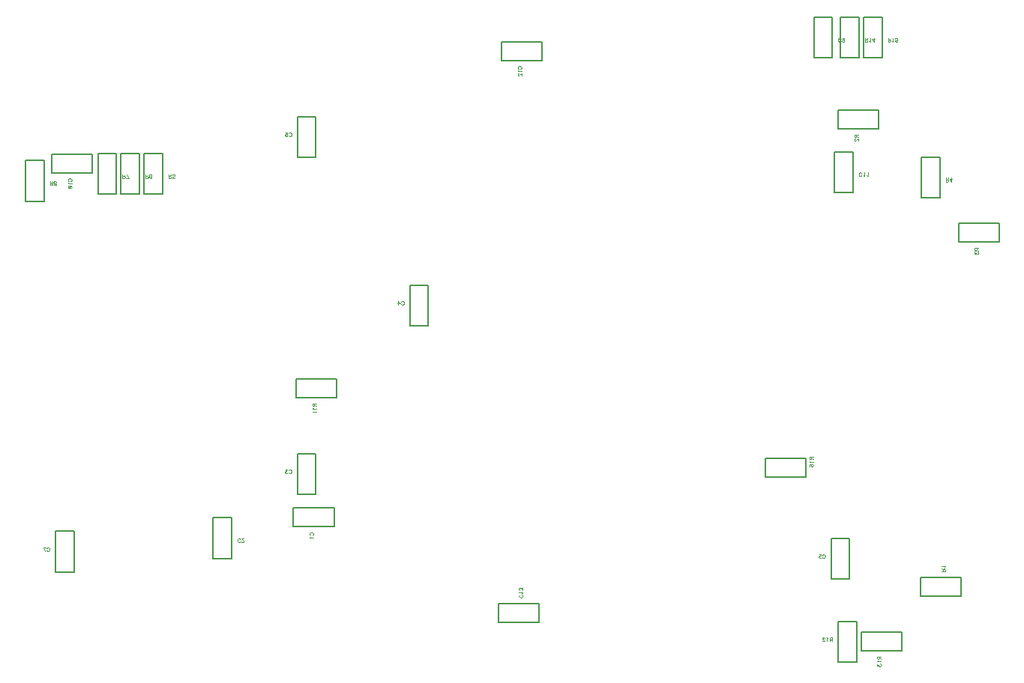
<source format=gbo>
G04*
G04  File:            8048_BOARD.GBO, Tue Feb 07 20:34:04 2017*
G04  Source:          P-CAD 2006 PCB, Version 19.02.958*
G04  Format:          Gerber Format (RS-274-D), ASCII*
G04*
G04  Format Options:  Absolute Positioning*
G04                   Leading-Zero Suppression*
G04                   Scale Factor 1:1*
G04                   NO Circular Interpolation*
G04                   Millimeter Units*
G04                   Numeric Format: 4.4 (XXXX.XXXX)*
G04                   G54 NOT Used for Aperture Change*
G04                   Apertures Embedded*
G04*
G04  File Options:    Offset = (0.000mm,0.000mm)*
G04                   Drill Symbol Size = 2.032mm*
G04                   No Pad/Via Holes*
G04*
G04  File Contents:   Pads*
G04                   Vias*
G04                   Designators*
G04                   Types*
G04                   No Values*
G04                   No Drill Symbols*
G04                   Bot Silk*
G04*
%IN8048_BOARD.GBO*%
%ICAS*%
%MOMM*%
G04*
G04  Aperture MACROs for general use --- invoked via D-code assignment *
G04*
G04  General MACRO for flashed round with rotation and/or offset hole *
%AMROTOFFROUND*
1,1,$1,0.0000,0.0000*
1,0,$2,$3,$4*%
G04*
G04  General MACRO for flashed oval (obround) with rotation and/or offset hole *
%AMROTOFFOVAL*
21,1,$1,$2,0.0000,0.0000,$3*
1,1,$4,$5,$6*
1,1,$4,0-$5,0-$6*
1,0,$7,$8,$9*%
G04*
G04  General MACRO for flashed oval (obround) with rotation and no hole *
%AMROTOVALNOHOLE*
21,1,$1,$2,0.0000,0.0000,$3*
1,1,$4,$5,$6*
1,1,$4,0-$5,0-$6*%
G04*
G04  General MACRO for flashed rectangle with rotation and/or offset hole *
%AMROTOFFRECT*
21,1,$1,$2,0.0000,0.0000,$3*
1,0,$4,$5,$6*%
G04*
G04  General MACRO for flashed rectangle with rotation and no hole *
%AMROTRECTNOHOLE*
21,1,$1,$2,0.0000,0.0000,$3*%
G04*
G04  General MACRO for flashed rounded-rectangle *
%AMROUNDRECT*
21,1,$1,$2-$4,0.0000,0.0000,$3*
21,1,$1-$4,$2,0.0000,0.0000,$3*
1,1,$4,$5,$6*
1,1,$4,$7,$8*
1,1,$4,0-$5,0-$6*
1,1,$4,0-$7,0-$8*
1,0,$9,$10,$11*%
G04*
G04  General MACRO for flashed rounded-rectangle with rotation and no hole *
%AMROUNDRECTNOHOLE*
21,1,$1,$2-$4,0.0000,0.0000,$3*
21,1,$1-$4,$2,0.0000,0.0000,$3*
1,1,$4,$5,$6*
1,1,$4,$7,$8*
1,1,$4,0-$5,0-$6*
1,1,$4,0-$7,0-$8*%
G04*
G04  General MACRO for flashed regular polygon *
%AMREGPOLY*
5,1,$1,0.0000,0.0000,$2,$3+$4*
1,0,$5,$6,$7*%
G04*
G04  General MACRO for flashed regular polygon with no hole *
%AMREGPOLYNOHOLE*
5,1,$1,0.0000,0.0000,$2,$3+$4*%
G04*
G04  General MACRO for target *
%AMTARGET*
6,0,0,$1,$2,$3,4,$4,$5,$6*%
G04*
G04  General MACRO for mounting hole *
%AMMTHOLE*
1,1,$1,0,0*
1,0,$2,0,0*
$1=$1-$2*
$1=$1/2*
21,1,$2+$1,$3,0,0,$4*
21,1,$3,$2+$1,0,0,$4*%
G04*
G04*
G04  D10 : "Ellipse X0.254mm Y0.254mm H0.000mm 0.0deg (0.000mm,0.000mm) Draw"*
G04  Disc: OuterDia=0.2540*
%ADD10C, 0.2540*%
G04  D11 : "Ellipse X0.400mm Y0.400mm H0.000mm 0.0deg (0.000mm,0.000mm) Draw"*
G04  Disc: OuterDia=0.4000*
%ADD11C, 0.4000*%
G04  D12 : "Ellipse X0.500mm Y0.500mm H0.000mm 0.0deg (0.000mm,0.000mm) Draw"*
G04  Disc: OuterDia=0.5000*
%ADD12C, 0.5000*%
G04  D13 : "Ellipse X0.600mm Y0.600mm H0.000mm 0.0deg (0.000mm,0.000mm) Draw"*
G04  Disc: OuterDia=0.6000*
%ADD13C, 0.6000*%
G04  D14 : "Ellipse X0.100mm Y0.100mm H0.000mm 0.0deg (0.000mm,0.000mm) Draw"*
G04  Disc: OuterDia=0.1000*
%ADD14C, 0.1000*%
G04  D15 : "Ellipse X1.000mm Y1.000mm H0.000mm 0.0deg (0.000mm,0.000mm) Draw"*
G04  Disc: OuterDia=1.0000*
%ADD15C, 1.0000*%
G04  D16 : "Ellipse X0.102mm Y0.102mm H0.000mm 0.0deg (0.000mm,0.000mm) Draw"*
G04  Disc: OuterDia=0.1016*
%ADD16C, 0.1016*%
G04  D17 : "Ellipse X0.127mm Y0.127mm H0.000mm 0.0deg (0.000mm,0.000mm) Draw"*
G04  Disc: OuterDia=0.1270*
%ADD17C, 0.1270*%
G04  D18 : "Ellipse X1.500mm Y1.500mm H0.000mm 0.0deg (0.000mm,0.000mm) Draw"*
G04  Disc: OuterDia=1.5000*
%ADD18C, 1.5000*%
G04  D19 : "Ellipse X0.200mm Y0.200mm H0.000mm 0.0deg (0.000mm,0.000mm) Draw"*
G04  Disc: OuterDia=0.2000*
%ADD19C, 0.2000*%
G04  D20 : "Ellipse X2.000mm Y2.000mm H0.000mm 0.0deg (0.000mm,0.000mm) Draw"*
G04  Disc: OuterDia=2.0000*
%ADD20C, 2.0000*%
G04  D21 : "Ellipse X0.250mm Y0.250mm H0.000mm 0.0deg (0.000mm,0.000mm) Draw"*
G04  Disc: OuterDia=0.2500*
%ADD21C, 0.2500*%
G04  D22 : "Ellipse X4.700mm Y4.700mm H0.000mm 0.0deg (0.000mm,0.000mm) Flash"*
G04  Disc: OuterDia=4.7000*
%ADD22C, 4.7000*%
G04  D23 : "Ellipse X5.081mm Y5.081mm H0.000mm 0.0deg (0.000mm,0.000mm) Flash"*
G04  Disc: OuterDia=5.0810*
%ADD23C, 5.0810*%
G04  D24 : "Ellipse X5.200mm Y5.200mm H0.000mm 0.0deg (0.000mm,0.000mm) Flash"*
G04  Disc: OuterDia=5.2000*
%ADD24C, 5.2000*%
G04  D25 : "Ellipse X5.581mm Y5.581mm H0.000mm 0.0deg (0.000mm,0.000mm) Flash"*
G04  Disc: OuterDia=5.5810*
%ADD25C, 5.5810*%
G04  D26 : "Ellipse X1.500mm Y1.500mm H0.000mm 0.0deg (0.000mm,0.000mm) Flash"*
G04  Disc: OuterDia=1.5000*
%ADD26C, 1.5000*%
G04  D27 : "Ellipse X1.600mm Y1.600mm H0.000mm 0.0deg (0.000mm,0.000mm) Flash"*
G04  Disc: OuterDia=1.6000*
%ADD27C, 1.6000*%
G04  D28 : "Ellipse X1.881mm Y1.881mm H0.000mm 0.0deg (0.000mm,0.000mm) Flash"*
G04  Disc: OuterDia=1.8810*
%ADD28C, 1.8810*%
G04  D29 : "Ellipse X1.981mm Y1.981mm H0.000mm 0.0deg (0.000mm,0.000mm) Flash"*
G04  Disc: OuterDia=1.9810*
%ADD29C, 1.9810*%
G04  D30 : "Rounded Rectangle X3.000mm Y2.000mm H0.000mm 0.0deg (0.000mm,0.000mm) Flash"*
G04  RoundRct: DimX=3.0000, DimY=2.0000, CornerRad=0.5000, Rotation=0.0, OffsetX=0.0000, OffsetY=0.0000, HoleDia=0.0000 *
%ADD30ROUNDRECTNOHOLE, 3.0000 X2.0000 X0.0 X1.0000 X-1.0000 X-0.5000 X-1.0000 X0.5000*%
G04  D31 : "Rounded Rectangle X3.381mm Y2.381mm H0.000mm 0.0deg (0.000mm,0.000mm) Flash"*
G04  RoundRct: DimX=3.3810, DimY=2.3810, CornerRad=0.5953, Rotation=0.0, OffsetX=0.0000, OffsetY=0.0000, HoleDia=0.0000 *
%ADD31ROUNDRECTNOHOLE, 3.3810 X2.3810 X0.0 X1.1905 X-1.0953 X-0.5953 X-1.0953 X0.5953*%
G04  D32 : "Rounded Rectangle X1.500mm Y1.900mm H0.000mm 0.0deg (0.000mm,0.000mm) Flash"*
G04  RoundRct: DimX=1.5000, DimY=1.9000, CornerRad=0.3750, Rotation=0.0, OffsetX=0.0000, OffsetY=0.0000, HoleDia=0.0000 *
%ADD32ROUNDRECTNOHOLE, 1.5000 X1.9000 X0.0 X0.7500 X-0.3750 X-0.5750 X-0.3750 X0.5750*%
G04  D33 : "Rounded Rectangle X1.900mm Y1.500mm H0.000mm 0.0deg (0.000mm,0.000mm) Flash"*
G04  RoundRct: DimX=1.9000, DimY=1.5000, CornerRad=0.3750, Rotation=0.0, OffsetX=0.0000, OffsetY=0.0000, HoleDia=0.0000 *
%ADD33ROUNDRECTNOHOLE, 1.9000 X1.5000 X0.0 X0.7500 X-0.5750 X-0.3750 X-0.5750 X0.3750*%
G04  D34 : "Rounded Rectangle X1.700mm Y3.000mm H0.000mm 0.0deg (0.000mm,0.000mm) Flash"*
G04  RoundRct: DimX=1.7000, DimY=3.0000, CornerRad=0.4250, Rotation=0.0, OffsetX=0.0000, OffsetY=0.0000, HoleDia=0.0000 *
%ADD34ROUNDRECTNOHOLE, 1.7000 X3.0000 X0.0 X0.8500 X-0.4250 X-1.0750 X-0.4250 X1.0750*%
G04  D35 : "Rounded Rectangle X3.000mm Y1.700mm H0.000mm 0.0deg (0.000mm,0.000mm) Flash"*
G04  RoundRct: DimX=3.0000, DimY=1.7000, CornerRad=0.4250, Rotation=0.0, OffsetX=0.0000, OffsetY=0.0000, HoleDia=0.0000 *
%ADD35ROUNDRECTNOHOLE, 3.0000 X1.7000 X0.0 X0.8500 X-1.0750 X-0.4250 X-1.0750 X0.4250*%
G04  D36 : "Rounded Rectangle X1.881mm Y2.281mm H0.000mm 0.0deg (0.000mm,0.000mm) Flash"*
G04  RoundRct: DimX=1.8810, DimY=2.2810, CornerRad=0.4703, Rotation=0.0, OffsetX=0.0000, OffsetY=0.0000, HoleDia=0.0000 *
%ADD36ROUNDRECTNOHOLE, 1.8810 X2.2810 X0.0 X0.9405 X-0.4703 X-0.6703 X-0.4703 X0.6703*%
G04  D37 : "Rounded Rectangle X2.281mm Y1.881mm H0.000mm 0.0deg (0.000mm,0.000mm) Flash"*
G04  RoundRct: DimX=2.2810, DimY=1.8810, CornerRad=0.4703, Rotation=0.0, OffsetX=0.0000, OffsetY=0.0000, HoleDia=0.0000 *
%ADD37ROUNDRECTNOHOLE, 2.2810 X1.8810 X0.0 X0.9405 X-0.6703 X-0.4703 X-0.6703 X0.4703*%
G04  D38 : "Rounded Rectangle X2.081mm Y3.381mm H0.000mm 0.0deg (0.000mm,0.000mm) Flash"*
G04  RoundRct: DimX=2.0810, DimY=3.3810, CornerRad=0.5202, Rotation=0.0, OffsetX=0.0000, OffsetY=0.0000, HoleDia=0.0000 *
%ADD38ROUNDRECTNOHOLE, 2.0810 X3.3810 X0.0 X1.0405 X-0.5202 X-1.1703 X-0.5202 X1.1703*%
G04  D39 : "Rounded Rectangle X3.381mm Y2.081mm H0.000mm 0.0deg (0.000mm,0.000mm) Flash"*
G04  RoundRct: DimX=3.3810, DimY=2.0810, CornerRad=0.5202, Rotation=0.0, OffsetX=0.0000, OffsetY=0.0000, HoleDia=0.0000 *
%ADD39ROUNDRECTNOHOLE, 3.3810 X2.0810 X0.0 X1.0405 X-1.1703 X-0.5202 X-1.1703 X0.5202*%
G04  D40 : "Rectangle X1.500mm Y1.500mm H0.000mm 0.0deg (0.000mm,0.000mm) Flash"*
G04  Square: Side=1.5000, Rotation=0.0, OffsetX=0.0000, OffsetY=0.0000, HoleDia=0.0000*
%ADD40R, 1.5000 X1.5000*%
G04  D41 : "Rectangle X1.600mm Y1.600mm H0.000mm 0.0deg (0.000mm,0.000mm) Flash"*
G04  Square: Side=1.6000, Rotation=0.0, OffsetX=0.0000, OffsetY=0.0000, HoleDia=0.0000*
%ADD41R, 1.6000 X1.6000*%
G04  D42 : "Rectangle X1.881mm Y1.881mm H0.000mm 0.0deg (0.000mm,0.000mm) Flash"*
G04  Square: Side=1.8810, Rotation=0.0, OffsetX=0.0000, OffsetY=0.0000, HoleDia=0.0000*
%ADD42R, 1.8810 X1.8810*%
G04  D43 : "Rectangle X1.981mm Y1.981mm H0.000mm 0.0deg (0.000mm,0.000mm) Flash"*
G04  Square: Side=1.9810, Rotation=0.0, OffsetX=0.0000, OffsetY=0.0000, HoleDia=0.0000*
%ADD43R, 1.9810 X1.9810*%
G04  D44 : "Ellipse X4.500mm Y4.500mm H0.000mm 0.0deg (0.000mm,0.000mm) Flash"*
G04  Disc: OuterDia=4.5000*
%ADD44C, 4.5000*%
G04  D45 : "Ellipse X4.881mm Y4.881mm H0.000mm 0.0deg (0.000mm,0.000mm) Flash"*
G04  Disc: OuterDia=4.8810*
%ADD45C, 4.8810*%
G04  D46 : "Ellipse X1.000mm Y1.000mm H0.000mm 0.0deg (0.000mm,0.000mm) Flash"*
G04  Disc: OuterDia=1.0000*
%ADD46C, 1.0000*%
G04  D47 : "Ellipse X1.381mm Y1.381mm H0.000mm 0.0deg (0.000mm,0.000mm) Flash"*
G04  Disc: OuterDia=1.3810*
%ADD47C, 1.3810*%
G04*
%FSLAX44Y44*%
%SFA1B1*%
%OFA0.000B0.000*%
G04*
G71*
G90*
G01*
D2*
%LNBot Silk*%
D19*
X647500Y2141500*
X668500D1*
X647500Y2187500D2*
X668500D1*
X647500D2*
Y2141500D1*
X668500Y2187500D2*
Y2141500D1*
D2*
D14*
X675323Y2161777*
X677154D1*
X677764Y2161573*
X677967Y2161370*
X678171Y2160963*
Y2160556*
X677967Y2160150*
X677764Y2159946*
X677154Y2159743*
X675323*
Y2164014*
X676747Y2161777D2*
X678171Y2164014D1*
X680408Y2159743D2*
X679798Y2159946D1*
X679594Y2160353*
Y2160760*
X679798Y2161167*
X680205Y2161370*
X681018Y2161573*
X681628Y2161777*
X682035Y2162184*
X682239Y2162590*
Y2163201*
X682035Y2163607*
X681832Y2163811*
X681222Y2164014*
X680408*
X679798Y2163811*
X679594Y2163607*
X679391Y2163201*
Y2162590*
X679594Y2162184*
X680001Y2161777*
X680611Y2161573*
X681425Y2161370*
X681832Y2161167*
X682035Y2160760*
Y2160353*
X681832Y2159946*
X681222Y2159743*
X680408*
D2*
D10*
D19*
X781500Y2149500*
X802500D1*
X781500Y2195500D2*
X802500D1*
X781500D2*
Y2149500D1*
X802500Y2195500D2*
Y2149500D1*
D2*
D14*
X809323Y2169777*
X811154D1*
X811764Y2169573*
X811967Y2169370*
X812171Y2168963*
Y2168556*
X811967Y2168150*
X811764Y2167946*
X811154Y2167743*
X809323*
Y2172014*
X810747Y2169777D2*
X812171Y2172014D1*
X815832Y2167743D2*
X813798D1*
X813594Y2169573*
X813798Y2169370*
X814408Y2169167*
X815018*
X815628Y2169370*
X816035Y2169777*
X816239Y2170387*
Y2170794*
X816035Y2171404*
X815628Y2171811*
X815018Y2172014*
X814408*
X813798Y2171811*
X813594Y2171607*
X813391Y2171201*
D2*
D10*
D19*
X1586500Y1666500*
X1565500D1*
X1586500Y1620500D2*
X1565500D1*
X1586500D2*
Y1666500D1*
X1565500Y1620500D2*
Y1666500D1*
D2*
D14*
X1558683Y1646193*
X1556867D1*
X1556262Y1646394*
X1556060Y1646596*
X1555858Y1647000*
Y1647403*
X1556060Y1647807*
X1556262Y1648008*
X1556867Y1648210*
X1558683*
Y1643973*
X1557270Y1646193D2*
X1555858Y1643973D1*
X1554043Y1647403D2*
X1553639Y1647605D1*
X1553034Y1648210*
Y1643973*
X1550411Y1647201D2*
Y1647403D1*
X1550209Y1647807*
X1550008Y1648008*
X1549604Y1648210*
X1548797*
X1548394Y1648008*
X1548192Y1647807*
X1547990Y1647403*
Y1647000*
X1548192Y1646596*
X1548596Y1645991*
X1550613Y1643973*
X1547789*
D2*
D10*
D19*
X1538100Y2303500*
X1559100D1*
X1538100Y2349500D2*
X1559100D1*
X1538100D2*
Y2303500D1*
X1559100Y2349500D2*
Y2303500D1*
D2*
D14*
X1568771Y2322760*
X1568567Y2322353D1*
X1568160Y2321946*
X1567754Y2321743*
X1566940*
X1566533Y2321946*
X1566126Y2322353*
X1565923Y2322760*
X1565720Y2323370*
Y2324387*
X1565923Y2324997*
X1566126Y2325404*
X1566533Y2325811*
X1566940Y2326014*
X1567754*
X1568160Y2325811*
X1568567Y2325404*
X1568771Y2324997*
X1572635Y2323167D2*
X1572432Y2323777D1*
X1572025Y2324184*
X1571415Y2324387*
X1571211*
X1570601Y2324184*
X1570194Y2323777*
X1569991Y2323167*
Y2322963*
X1570194Y2322353*
X1570601Y2321946*
X1571211Y2321743*
X1571415*
X1572025Y2321946*
X1572432Y2322353*
X1572635Y2323167*
Y2324184*
X1572432Y2325201*
X1572025Y2325811*
X1571415Y2326014*
X1571008*
X1570398Y2325811*
X1570194Y2325404*
D2*
D10*
D19*
X1701500Y2116500*
Y2095500D1*
X1747500Y2116500D2*
Y2095500D1*
Y2116500D2*
X1701500D1*
X1747500Y2095500D2*
X1701500D1*
D2*
D14*
X1721777Y2088676*
Y2086845D1*
X1721573Y2086235*
X1721370Y2086032*
X1720963Y2085828*
X1720556*
X1720150Y2086032*
X1719946Y2086235*
X1719743Y2086845*
Y2088676*
X1724014*
X1721777Y2087252D2*
X1724014Y2085828D1*
X1719743Y2084201D2*
Y2081964D1*
X1721370Y2083184*
Y2082574*
X1721573Y2082167*
X1721777Y2081964*
X1722387Y2081761*
X1722794*
X1723404Y2081964*
X1723811Y2082371*
X1724014Y2082981*
Y2083591*
X1723811Y2084201*
X1723607Y2084405*
X1723201Y2084608*
D2*
D10*
D19*
X859450Y1737750*
X880450D1*
X859450Y1783750D2*
X880450D1*
X859450D2*
Y1737750D1*
X880450Y1783750D2*
Y1737750D1*
D2*
D14*
X890121Y1757010*
X889917Y1756603D1*
X889510Y1756196*
X889104Y1755993*
X888290*
X887883Y1756196*
X887476Y1756603*
X887273Y1757010*
X887070Y1757620*
Y1758637*
X887273Y1759247*
X887476Y1759654*
X887883Y1760061*
X888290Y1760264*
X889104*
X889510Y1760061*
X889917Y1759654*
X890121Y1759247*
X891544Y1757010D2*
Y1756806D1*
X891748Y1756400*
X891951Y1756196*
X892358Y1755993*
X893172*
X893578Y1756196*
X893782Y1756400*
X893985Y1756806*
Y1757213*
X893782Y1757620*
X893375Y1758230*
X891341Y1760264*
X894189*
D2*
D10*
D19*
X975700Y1856350*
X954700D1*
X975700Y1810350D2*
X954700D1*
X975700D2*
Y1856350D1*
X954700Y1810350D2*
Y1856350D1*
D2*
D14*
X945028Y1837089*
X945232Y1837496D1*
X945639Y1837903*
X946045Y1838106*
X946859*
X947266Y1837903*
X947673Y1837496*
X947876Y1837089*
X948079Y1836479*
Y1835462*
X947876Y1834852*
X947673Y1834445*
X947266Y1834038*
X946859Y1833835*
X946045*
X945639Y1834038*
X945232Y1834445*
X945028Y1834852*
X943401Y1838106D2*
X941164D1*
X942384Y1836479*
X941774*
X941367Y1836276*
X941164Y1836072*
X940961Y1835462*
Y1835055*
X941164Y1834445*
X941571Y1834038*
X942181Y1833835*
X942791*
X943401Y1834038*
X943605Y1834242*
X943808Y1834648*
D2*
D10*
D19*
X975700Y2237350*
X954700D1*
X975700Y2191350D2*
X954700D1*
X975700D2*
Y2237350D1*
X954700Y2191350D2*
Y2237350D1*
D2*
D14*
X945028Y2218089*
X945232Y2218496D1*
X945639Y2218903*
X946045Y2219106*
X946859*
X947266Y2218903*
X947673Y2218496*
X947876Y2218089*
X948079Y2217479*
Y2216462*
X947876Y2215852*
X947673Y2215445*
X947266Y2215038*
X946859Y2214835*
X946045*
X945639Y2215038*
X945232Y2215445*
X945028Y2215852*
X941164Y2218496D2*
X941367Y2218903D1*
X941978Y2219106*
X942384*
X942995Y2218903*
X943401Y2218293*
X943605Y2217276*
Y2216259*
X943401Y2215445*
X942995Y2215038*
X942384Y2214835*
X942181*
X941571Y2215038*
X941164Y2215445*
X940961Y2216055*
Y2216259*
X941164Y2216869*
X941571Y2217276*
X942181Y2217479*
X942384*
X942995Y2217276*
X943401Y2216869*
X943605Y2216259*
D2*
D10*
D19*
X1578500Y1760500*
X1557500D1*
X1578500Y1714500D2*
X1557500D1*
X1578500D2*
Y1760500D1*
X1557500Y1714500D2*
Y1760500D1*
D2*
D14*
X1547828Y1741239*
X1548032Y1741646D1*
X1548439Y1742053*
X1548845Y1742256*
X1549659*
X1550066Y1742053*
X1550473Y1741646*
X1550676Y1741239*
X1550879Y1740629*
Y1739612*
X1550676Y1739002*
X1550473Y1738595*
X1550066Y1738188*
X1549659Y1737985*
X1548845*
X1548439Y1738188*
X1548032Y1738595*
X1547828Y1739002*
X1544167Y1742256D2*
X1546201D1*
X1546405Y1740426*
X1546201Y1740629*
X1545591Y1740832*
X1544981*
X1544371Y1740629*
X1543964Y1740222*
X1543761Y1739612*
Y1739205*
X1543964Y1738595*
X1544371Y1738188*
X1544981Y1737985*
X1545591*
X1546201Y1738188*
X1546405Y1738392*
X1546608Y1738798*
D2*
D10*
D19*
X677300Y2194900*
Y2173900D1*
X723300Y2194900D2*
Y2173900D1*
Y2194900D2*
X677300D1*
X723300Y2173900D2*
X677300D1*
D2*
D14*
X696598Y2164258*
X696194Y2164460D1*
X695791Y2164863*
X695589Y2165267*
Y2166074*
X695791Y2166477*
X696194Y2166881*
X696598Y2167083*
X697203Y2167284*
X698212*
X698817Y2167083*
X699220Y2166881*
X699624Y2166477*
X699826Y2166074*
Y2165267*
X699624Y2164863*
X699220Y2164460*
X698817Y2164258*
X696396Y2162443D2*
X696194Y2162039D1*
X695589Y2161434*
X699826*
X695589Y2157803D2*
X695791Y2158408D1*
X696396Y2158811*
X697405Y2159013*
X698010*
X699019Y2158811*
X699624Y2158408*
X699826Y2157803*
Y2157399*
X699624Y2156794*
X699019Y2156390*
X698010Y2156189*
X697405*
X696396Y2156390*
X695791Y2156794*
X695589Y2157399*
Y2157803*
X696396Y2156390D2*
X699019Y2158811D1*
D2*
D10*
D19*
X729500Y2149500*
X750500D1*
X729500Y2195500D2*
X750500D1*
X729500D2*
Y2149500D1*
X750500Y2195500D2*
Y2149500D1*
D2*
D14*
X757323Y2169777*
X759154D1*
X759764Y2169573*
X759967Y2169370*
X760171Y2168963*
Y2168556*
X759967Y2168150*
X759764Y2167946*
X759154Y2167743*
X757323*
Y2172014*
X758747Y2169777D2*
X760171Y2172014D1*
X762205D2*
X764239Y2167743D1*
X761391*
D2*
D10*
D19*
X755500Y2149500*
X776500D1*
X755500Y2195500D2*
X776500D1*
X755500D2*
Y2149500D1*
X776500Y2195500D2*
Y2149500D1*
D2*
D14*
X783323Y2169777*
X785154D1*
X785764Y2169573*
X785967Y2169370*
X786171Y2168963*
Y2168556*
X785967Y2168150*
X785764Y2167946*
X785154Y2167743*
X783323*
Y2172014*
X784747Y2169777D2*
X786171Y2172014D1*
X790035Y2168353D2*
X789832Y2167946D1*
X789222Y2167743*
X788815*
X788205Y2167946*
X787798Y2168556*
X787594Y2169573*
Y2170590*
X787798Y2171404*
X788205Y2171811*
X788815Y2172014*
X789018*
X789628Y2171811*
X790035Y2171404*
X790239Y2170794*
Y2170590*
X790035Y2169980*
X789628Y2169573*
X789018Y2169370*
X788815*
X788205Y2169573*
X787798Y2169980*
X787594Y2170590*
D2*
D10*
D19*
X1102700Y2046850*
X1081700D1*
X1102700Y2000850D2*
X1081700D1*
X1102700D2*
Y2046850D1*
X1081700Y2000850D2*
Y2046850D1*
D2*
D14*
X1072028Y2027589*
X1072232Y2027996D1*
X1072639Y2028403*
X1073045Y2028606*
X1073859*
X1074266Y2028403*
X1074673Y2027996*
X1074876Y2027589*
X1075079Y2026979*
Y2025962*
X1074876Y2025352*
X1074673Y2024945*
X1074266Y2024538*
X1073859Y2024335*
X1073045*
X1072639Y2024538*
X1072232Y2024945*
X1072028Y2025352*
X1068774Y2024335D2*
Y2028606D1*
X1070808Y2025759*
X1067757*
D2*
D10*
D19*
X1591500Y1654500*
Y1633500D1*
X1637500Y1654500D2*
Y1633500D1*
Y1654500D2*
X1591500D1*
X1637500Y1633500D2*
X1591500D1*
D2*
D14*
X1611807Y1626683*
Y1624867D1*
X1611605Y1624262*
X1611403Y1624060*
X1611000Y1623858*
X1610596*
X1610193Y1624060*
X1609991Y1624262*
X1609789Y1624867*
Y1626683*
X1614026*
X1611807Y1625270D2*
X1614026Y1623858D1*
X1610596Y1622043D2*
X1610394Y1621639D1*
X1609789Y1621034*
X1614026*
X1609789Y1618209D2*
Y1615990D1*
X1611403Y1617201*
Y1616596*
X1611605Y1616192*
X1611807Y1615990*
X1612412Y1615789*
X1612815*
X1613420Y1615990*
X1613824Y1616394*
X1614026Y1616999*
Y1617604*
X1613824Y1618209*
X1613622Y1618411*
X1613219Y1618613*
D2*
D10*
D19*
X1704500Y1695500*
Y1716500D1*
X1658500Y1695500D2*
Y1716500D1*
Y1695500D2*
X1704500D1*
X1658500Y1716500D2*
X1704500D1*
D2*
D14*
X1684222Y1723323*
Y1725154D1*
X1684426Y1725764*
X1684629Y1725967*
X1685036Y1726171*
X1685443*
X1685849Y1725967*
X1686053Y1725764*
X1686256Y1725154*
Y1723323*
X1681985*
X1684222Y1724747D2*
X1681985Y1726171D1*
X1685443Y1728001D2*
X1685646Y1728408D1*
X1686256Y1729018*
X1681985*
D2*
D10*
D19*
X1659500Y2145500*
X1680500D1*
X1659500Y2191500D2*
X1680500D1*
X1659500D2*
Y2145500D1*
X1680500Y2191500D2*
Y2145500D1*
D2*
D14*
X1687323Y2165777*
X1689154D1*
X1689764Y2165573*
X1689967Y2165370*
X1690171Y2164963*
Y2164556*
X1689967Y2164150*
X1689764Y2163946*
X1689154Y2163743*
X1687323*
Y2168014*
X1688747Y2165777D2*
X1690171Y2168014D1*
X1693425D2*
Y2163743D1*
X1691391Y2166590*
X1694442*
D2*
D10*
D19*
X1594100Y2303500*
X1615100D1*
X1594100Y2349500D2*
X1615100D1*
X1594100D2*
Y2303500D1*
X1615100Y2349500D2*
Y2303500D1*
D2*
D14*
X1621916Y2323807*
X1623732D1*
X1624337Y2323605*
X1624539Y2323403*
X1624741Y2323000*
Y2322596*
X1624539Y2322193*
X1624337Y2321991*
X1623732Y2321789*
X1621916*
Y2326026*
X1623329Y2323807D2*
X1624741Y2326026D1*
X1626557Y2322596D2*
X1626960Y2322394D1*
X1627565Y2321789*
Y2326026*
X1632407Y2321789D2*
X1630390D1*
X1630188Y2323605*
X1630390Y2323403*
X1630995Y2323201*
X1631600*
X1632205Y2323403*
X1632609Y2323807*
X1632811Y2324412*
Y2324815*
X1632609Y2325420*
X1632205Y2325824*
X1631600Y2326026*
X1630995*
X1630390Y2325824*
X1630188Y2325622*
X1629986Y2325219*
D2*
D10*
D19*
X1568100Y2303500*
X1589100D1*
X1568100Y2349500D2*
X1589100D1*
X1568100D2*
Y2303500D1*
X1589100Y2349500D2*
Y2303500D1*
D2*
D14*
X1595916Y2323807*
X1597732D1*
X1598337Y2323605*
X1598539Y2323403*
X1598741Y2323000*
Y2322596*
X1598539Y2322193*
X1598337Y2321991*
X1597732Y2321789*
X1595916*
Y2326026*
X1597329Y2323807D2*
X1598741Y2326026D1*
X1600557Y2322596D2*
X1600960Y2322394D1*
X1601565Y2321789*
Y2326026*
X1606004D2*
Y2321789D1*
X1603986Y2324613*
X1607012*
D2*
D10*
D19*
X702500Y1768500*
X681500D1*
X702500Y1722500D2*
X681500D1*
X702500D2*
Y1768500D1*
X681500Y1722500D2*
Y1768500D1*
D2*
D14*
X671828Y1749239*
X672032Y1749646D1*
X672439Y1750053*
X672845Y1750256*
X673659*
X674066Y1750053*
X674473Y1749646*
X674676Y1749239*
X674879Y1748629*
Y1747612*
X674676Y1747002*
X674473Y1746595*
X674066Y1746188*
X673659Y1745985*
X672845*
X672439Y1746188*
X672032Y1746595*
X671828Y1747002*
X669795Y1745985D2*
X667761Y1750256D1*
X670608*
D2*
D10*
D19*
X1227700Y1665900*
Y1686900D1*
X1181700Y1665900D2*
Y1686900D1*
Y1665900D2*
X1227700D1*
X1181700Y1686900D2*
X1227700D1*
D2*
D14*
X1208401Y1696541*
X1208805Y1696339D1*
X1209208Y1695936*
X1209410Y1695532*
Y1694725*
X1209208Y1694322*
X1208805Y1693918*
X1208401Y1693716*
X1207796Y1693515*
X1206787*
X1206182Y1693716*
X1205779Y1693918*
X1205375Y1694322*
X1205173Y1694725*
Y1695532*
X1205375Y1695936*
X1205779Y1696339*
X1206182Y1696541*
X1208603Y1698357D2*
X1208805Y1698760D1*
X1209410Y1699365*
X1205173*
X1209410Y1702190D2*
Y1704409D1*
X1207796Y1703198*
Y1703804*
X1207594Y1704207*
X1207393Y1704409*
X1206787Y1704611*
X1206384*
X1205779Y1704409*
X1205375Y1704005*
X1205173Y1703400*
Y1702795*
X1205375Y1702190*
X1205577Y1701988*
X1205980Y1701786*
D2*
D10*
D19*
X1185300Y2321900*
Y2300900D1*
X1231300Y2321900D2*
Y2300900D1*
Y2321900D2*
X1185300D1*
X1231300Y2300900D2*
X1185300D1*
D2*
D14*
X1204598Y2291258*
X1204194Y2291460D1*
X1203791Y2291863*
X1203589Y2292267*
Y2293074*
X1203791Y2293477*
X1204194Y2293881*
X1204598Y2294083*
X1205203Y2294284*
X1206212*
X1206817Y2294083*
X1207220Y2293881*
X1207624Y2293477*
X1207826Y2293074*
Y2292267*
X1207624Y2291863*
X1207220Y2291460*
X1206817Y2291258*
X1204396Y2289443D2*
X1204194Y2289039D1*
X1203589Y2288434*
X1207826*
X1204598Y2285811D2*
X1204396D1*
X1203993Y2285609*
X1203791Y2285408*
X1203589Y2285004*
Y2284197*
X1203791Y2283794*
X1203993Y2283592*
X1204396Y2283390*
X1204800*
X1205203Y2283592*
X1205808Y2283996*
X1207826Y2286013*
Y2283189*
D2*
D10*
D19*
X1483500Y1850500*
Y1829500D1*
X1529500Y1850500D2*
Y1829500D1*
Y1850500D2*
X1483500D1*
X1529500Y1829500D2*
X1483500D1*
D2*
D14*
X1535067Y1852693*
Y1850877D1*
X1534865Y1850272*
X1534663Y1850070*
X1534260Y1849868*
X1533856*
X1533453Y1850070*
X1533251Y1850272*
X1533049Y1850877*
Y1852693*
X1537286*
X1535067Y1851280D2*
X1537286Y1849868D1*
X1533856Y1848053D2*
X1533654Y1847649D1*
X1533049Y1847044*
X1537286*
X1533654Y1842000D2*
X1533251Y1842202D1*
X1533049Y1842807*
Y1843211*
X1533251Y1843816*
X1533856Y1844219*
X1534865Y1844421*
X1535873*
X1536680Y1844219*
X1537084Y1843816*
X1537286Y1843211*
Y1843009*
X1537084Y1842404*
X1536680Y1842000*
X1536075Y1841799*
X1535873*
X1535268Y1842000*
X1534865Y1842404*
X1534663Y1843009*
Y1843211*
X1534865Y1843816*
X1535268Y1844219*
X1535873Y1844421*
D2*
D10*
D19*
X950350Y1794850*
Y1773850D1*
X996350Y1794850D2*
Y1773850D1*
Y1794850D2*
X950350D1*
X996350Y1773850D2*
X950350D1*
D2*
D14*
X969610Y1764178*
X969203Y1764382D1*
X968796Y1764789*
X968593Y1765195*
Y1766009*
X968796Y1766416*
X969203Y1766823*
X969610Y1767026*
X970220Y1767229*
X971237*
X971847Y1767026*
X972254Y1766823*
X972661Y1766416*
X972864Y1766009*
Y1765195*
X972661Y1764789*
X972254Y1764382*
X971847Y1764178*
X969406Y1762348D2*
X969203Y1761941D1*
X968593Y1761331*
X972864*
D2*
D10*
D19*
X1561500Y2151500*
X1582500D1*
X1561500Y2197500D2*
X1582500D1*
X1561500D2*
Y2151500D1*
X1582500Y2197500D2*
Y2151500D1*
D2*
D14*
X1592141Y2170798*
X1591939Y2170394D1*
X1591536Y2169991*
X1591132Y2169789*
X1590325*
X1589922Y2169991*
X1589518Y2170394*
X1589316Y2170798*
X1589115Y2171403*
Y2172412*
X1589316Y2173017*
X1589518Y2173420*
X1589922Y2173824*
X1590325Y2174026*
X1591132*
X1591536Y2173824*
X1591939Y2173420*
X1592141Y2173017*
X1593957Y2170596D2*
X1594360Y2170394D1*
X1594965Y2169789*
Y2174026*
X1597991Y2170596D2*
X1598395Y2170394D1*
X1599000Y2169789*
Y2174026*
D2*
D10*
D19*
X953500Y1940500*
Y1919500D1*
X999500Y1940500D2*
Y1919500D1*
Y1940500D2*
X953500D1*
X999500Y1919500D2*
X953500D1*
D2*
D14*
X973807Y1912683*
Y1910867D1*
X973605Y1910262*
X973403Y1910060*
X973000Y1909858*
X972596*
X972193Y1910060*
X971991Y1910262*
X971789Y1910867*
Y1912683*
X976026*
X973807Y1911270D2*
X976026Y1909858D1*
X972596Y1908043D2*
X972394Y1907639D1*
X971789Y1907034*
X976026*
X972596Y1904008D2*
X972394Y1903604D1*
X971789Y1902999*
X976026*
D2*
D10*
D19*
X1565500Y2244500*
Y2223500D1*
X1611500Y2244500D2*
Y2223500D1*
Y2244500D2*
X1565500D1*
X1611500Y2223500D2*
X1565500D1*
D2*
D14*
X1585777Y2216676*
Y2214845D1*
X1585573Y2214235*
X1585370Y2214032*
X1584963Y2213828*
X1584556*
X1584150Y2214032*
X1583946Y2214235*
X1583743Y2214845*
Y2216676*
X1588014*
X1585777Y2215252D2*
X1588014Y2213828D1*
X1584760Y2212405D2*
X1584556D1*
X1584150Y2212201*
X1583946Y2211998*
X1583743Y2211591*
Y2210778*
X1583946Y2210371*
X1584150Y2210167*
X1584556Y2209964*
X1584963*
X1585370Y2210167*
X1585980Y2210574*
X1588014Y2212608*
Y2209761*
D2*
D10*
D02M02*

</source>
